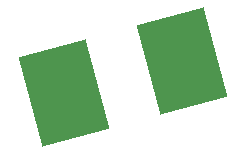
<source format=gbr>
%TF.GenerationSoftware,KiCad,Pcbnew,(6.0.7)*%
%TF.CreationDate,2022-09-20T09:41:07-05:00*%
%TF.ProjectId,BTSTest,42545354-6573-4742-9e6b-696361645f70,rev?*%
%TF.SameCoordinates,Original*%
%TF.FileFunction,Paste,Bot*%
%TF.FilePolarity,Positive*%
%FSLAX46Y46*%
G04 Gerber Fmt 4.6, Leading zero omitted, Abs format (unit mm)*
G04 Created by KiCad (PCBNEW (6.0.7)) date 2022-09-20 09:41:07*
%MOMM*%
%LPD*%
G01*
G04 APERTURE LIST*
G04 Aperture macros list*
%AMRotRect*
0 Rectangle, with rotation*
0 The origin of the aperture is its center*
0 $1 length*
0 $2 width*
0 $3 Rotation angle, in degrees counterclockwise*
0 Add horizontal line*
21,1,$1,$2,0,0,$3*%
G04 Aperture macros list end*
%ADD10RotRect,7.810000X5.870000X105.000000*%
G04 APERTURE END LIST*
D10*
%TO.C,R25*%
X160403837Y-80681906D03*
X150416163Y-83358094D03*
%TD*%
M02*

</source>
